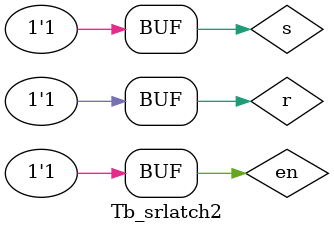
<source format=v>
`timescale 1ns / 1ps


module Tb_srlatch2();
    reg en,s,r;
    wire q,q_;
    
    SRlatch2 sim_srlatch2(.q(q), .q_(q_), .en(en), .s(s), .r(r));
    
    initial
    begin
    en = 0;
    s = 0;
    r = 0;
    end
    
    initial
    begin
    #100 en=0;s=0;r=0;
    #100 en=0;s=0;r=1;
    #100 en=1;s=0;r=0;
    #100 en=1;s=0;r=1;
    #100 en=1;s=1;r=0;
    #100 en=1;s=1;r=1;
    end
endmodule

</source>
